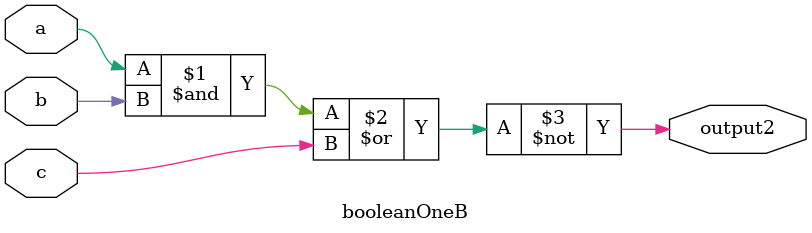
<source format=v>
`timescale 1ns / 1ps

module booleanOneB(
    input a, b, c,
    output output2
    );
    
    assign output2 = ~((a&b)|c);
endmodule
</source>
